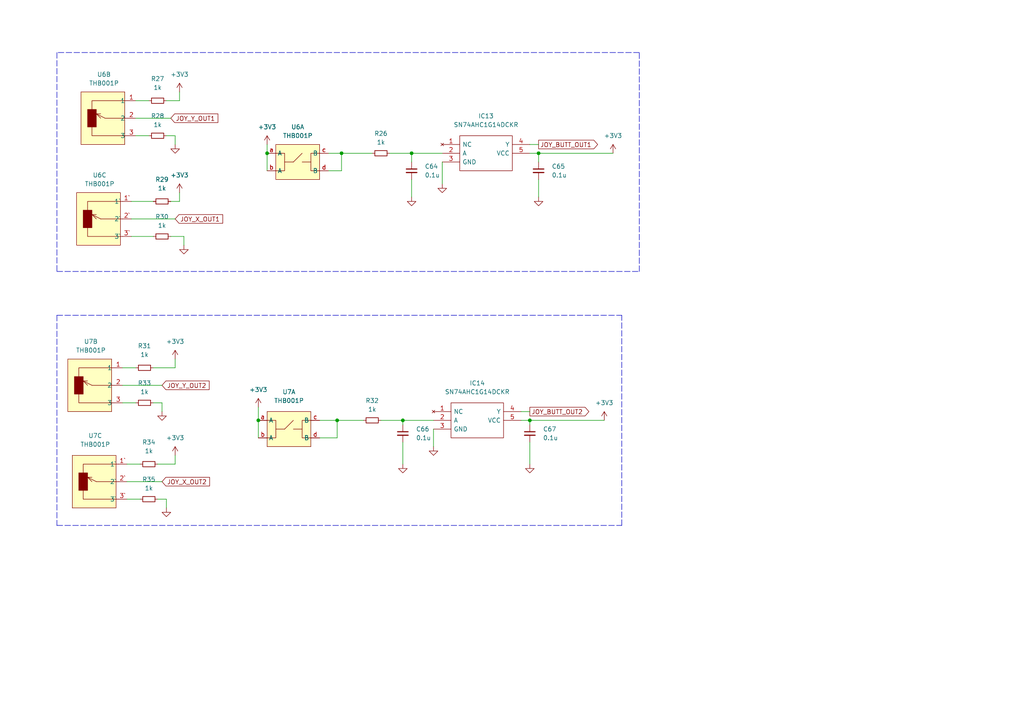
<source format=kicad_sch>
(kicad_sch (version 20211123) (generator eeschema)
  (paper "A4")
  (lib_symbols
    (symbol "Device:C_Small" (pin_numbers hide) (pin_names (offset 0.254) hide)
      (property "Reference" "C" (at 0.254 1.778 0))
      (property "Value" "C_Small" (at 0.254 -2.032 0))
      (symbol "C_Small_0_1"
        (polyline (pts (xy -1.524 -0.508) (xy 1.524 -0.508)) (stroke (width 0.3302)))
        (polyline (pts (xy -1.524 0.508) (xy 1.524 0.508)) (stroke (width 0.3048)))
      )
      (symbol "C_Small_1_1"
        (pin passive line (at 0 2.54 270) (length 2.032) (name "~") (number "1"))
        (pin passive line (at 0 -2.54 90) (length 2.032) (name "~") (number "2"))
      )
    )
    (symbol "Device:R_Small" (pin_numbers hide) (pin_names (offset 0.254) hide)
      (property "Reference" "R" (at 0.762 0.508 0))
      (property "Value" "R_Small" (at 0.762 -1.016 0))
      (symbol "R_Small_0_1"
        (rectangle (start -0.762 1.778) (end 0.762 -1.778) (stroke (width 0.2032)))
      )
      (symbol "R_Small_1_1"
        (pin passive line (at 0 2.54 270) (length 0.762) (name "~") (number "1"))
        (pin passive line (at 0 -2.54 90) (length 0.762) (name "~") (number "2"))
      )
    )
    (symbol "My_custom_lib:THB001P"
      (property "Reference" "U" (at 8.89 10.16 0))
      (property "Value" "THB001P" (at 1.27 10.16 0))
      (symbol "THB001P_1_1"
        (polyline (pts (xy -2.54 0) (xy 0 0)))
        (polyline (pts (xy 0 0) (xy 2.54 2.54)))
        (polyline (pts (xy 5.08 0) (xy 2.54 0)))
        (polyline (pts (xy 7.62 -2.54) (xy 5.08 -2.54) (xy 5.08 2.54) (xy 7.62 2.54)))
        (polyline (pts (xy -5.08 2.54) (xy -2.54 2.54) (xy -2.54 -2.54) (xy -5.08 -2.54) (xy -2.54 -2.54)))
        (rectangle (start 7.62 5.08) (end -5.08 -5.08) (fill (type background)))
        (pin input line (at -7.62 2.54 0) (length 2.54) (name "A") (number "a"))
        (pin input line (at -7.62 -2.54 0) (length 2.54) (name "A") (number "b"))
        (pin input line (at 10.16 2.54 180) (length 2.54) (name "B") (number "c"))
        (pin input line (at 10.16 -2.54 180) (length 2.54) (name "B") (number "d"))
      )
      (symbol "THB001P_2_1"
        (rectangle (start -5.08 2.54) (end -2.54 -2.54) (fill (type outline)))
        (polyline (pts (xy -2.54 1.27) (xy -1.27 0)))
        (polyline (pts (xy -2.54 1.27) (xy -1.27 1.27)))
        (polyline (pts (xy 0 0) (xy -2.54 1.27)))
        (polyline (pts (xy 6.35 0) (xy 0 0)))
        (polyline (pts (xy -3.81 -2.54) (xy -3.81 -5.08) (xy 6.35 -5.08)))
        (polyline (pts (xy -3.81 2.54) (xy -3.81 5.08) (xy 6.35 5.08)))
        (rectangle (start 5.715 7.62) (end -6.985 -7.62) (fill (type background)))
        (pin input line (at 8.89 5.08 180) (length 2.54) (name "1") (number "1"))
        (pin input line (at 8.89 0 180) (length 2.54) (name "2") (number "2"))
        (pin input line (at 8.89 -5.08 180) (length 2.54) (name "3") (number "3"))
      )
      (symbol "THB001P_3_1"
        (rectangle (start -4.445 2.54) (end -1.905 -2.54) (fill (type outline)))
        (polyline (pts (xy -1.905 1.27) (xy -0.635 0)))
        (polyline (pts (xy -1.905 1.27) (xy -0.635 1.27)))
        (polyline (pts (xy 0.635 0) (xy -1.905 1.27)))
        (polyline (pts (xy 6.985 0) (xy 0.635 0)))
        (polyline (pts (xy -3.175 -2.54) (xy -3.175 -5.08) (xy 6.985 -5.08)))
        (polyline (pts (xy -3.175 2.54) (xy -3.175 5.08) (xy 6.985 5.08)))
        (rectangle (start 6.35 7.62) (end -6.35 -7.62) (fill (type background)))
        (pin input line (at 9.525 5.08 180) (length 2.54) (name "1`") (number "1`"))
        (pin input line (at 9.525 0 180) (length 2.54) (name "2`") (number "2`"))
        (pin input line (at 9.525 -5.08 180) (length 2.54) (name "3`") (number "3`"))
      )
    )
    (symbol "SamacSys_Parts:SN74AHC1G14DCKR" (pin_names (offset 0.762))
      (property "Reference" "IC" (at 21.59 7.62 0))
      (property "Value" "SN74AHC1G14DCKR" (at 21.59 5.08 0))
      (symbol "SN74AHC1G14DCKR_0_0"
        (pin no_connect line (at 0 0 0) (length 5.08) (name "NC") (number "1"))
        (pin passive line (at 0 -2.54 0) (length 5.08) (name "A") (number "2"))
        (pin passive line (at 0 -5.08 0) (length 5.08) (name "GND") (number "3"))
        (pin passive line (at 25.4 0 180) (length 5.08) (name "Y") (number "4"))
        (pin passive line (at 25.4 -2.54 180) (length 5.08) (name "VCC") (number "5"))
      )
      (symbol "SN74AHC1G14DCKR_0_1"
        (polyline (pts (xy 5.08 2.54) (xy 20.32 2.54) (xy 20.32 -7.62) (xy 5.08 -7.62) (xy 5.08 2.54)) (stroke (width 0.1524)))
      )
    )
    (symbol "THB001P_1"
      (property "Reference" "U" (at 8.89 10.16 0))
      (property "Value" "THB001P_1" (at 1.27 10.16 0))
      (symbol "THB001P_1_1_1"
        (polyline (pts (xy -2.54 0) (xy 0 0)))
        (polyline (pts (xy 0 0) (xy 2.54 2.54)))
        (polyline (pts (xy 5.08 0) (xy 2.54 0)))
        (polyline (pts (xy 7.62 -2.54) (xy 5.08 -2.54) (xy 5.08 2.54) (xy 7.62 2.54)))
        (polyline (pts (xy -5.08 2.54) (xy -2.54 2.54) (xy -2.54 -2.54) (xy -5.08 -2.54) (xy -2.54 -2.54)))
        (rectangle (start 7.62 5.08) (end -5.08 -5.08) (fill (type background)))
        (pin input line (at -7.62 2.54 0) (length 2.54) (name "A") (number "a"))
        (pin input line (at -7.62 -2.54 0) (length 2.54) (name "A") (number "b"))
        (pin input line (at 10.16 2.54 180) (length 2.54) (name "B") (number "c"))
        (pin input line (at 10.16 -2.54 180) (length 2.54) (name "B") (number "d"))
      )
      (symbol "THB001P_1_2_1"
        (rectangle (start -5.08 2.54) (end -2.54 -2.54) (fill (type outline)))
        (polyline (pts (xy -2.54 1.27) (xy -1.27 0)))
        (polyline (pts (xy -2.54 1.27) (xy -1.27 1.27)))
        (polyline (pts (xy 0 0) (xy -2.54 1.27)))
        (polyline (pts (xy 6.35 0) (xy 0 0)))
        (polyline (pts (xy -3.81 -2.54) (xy -3.81 -5.08) (xy 6.35 -5.08)))
        (polyline (pts (xy -3.81 2.54) (xy -3.81 5.08) (xy 6.35 5.08)))
        (rectangle (start 5.715 7.62) (end -6.985 -7.62) (fill (type background)))
        (pin input line (at 8.89 5.08 180) (length 2.54) (name "1") (number "1"))
        (pin input line (at 8.89 0 180) (length 2.54) (name "2") (number "2"))
        (pin input line (at 8.89 -5.08 180) (length 2.54) (name "3") (number "3"))
      )
      (symbol "THB001P_1_3_1"
        (rectangle (start -4.445 2.54) (end -1.905 -2.54) (fill (type outline)))
        (polyline (pts (xy -1.905 1.27) (xy -0.635 0)))
        (polyline (pts (xy -1.905 1.27) (xy -0.635 1.27)))
        (polyline (pts (xy 0.635 0) (xy -1.905 1.27)))
        (polyline (pts (xy 6.985 0) (xy 0.635 0)))
        (polyline (pts (xy -3.175 -2.54) (xy -3.175 -5.08) (xy 6.985 -5.08)))
        (polyline (pts (xy -3.175 2.54) (xy -3.175 5.08) (xy 6.985 5.08)))
        (rectangle (start 6.35 7.62) (end -6.35 -7.62) (fill (type background)))
        (pin input line (at 9.525 5.08 180) (length 2.54) (name "1`") (number "1`"))
        (pin input line (at 9.525 0 180) (length 2.54) (name "2`") (number "2`"))
        (pin input line (at 9.525 -5.08 180) (length 2.54) (name "3`") (number "3`"))
      )
    )
    (symbol "THB001P_2"
      (property "Reference" "U" (at 8.89 10.16 0))
      (property "Value" "THB001P_2" (at 1.27 10.16 0))
      (symbol "THB001P_2_1_1"
        (polyline (pts (xy -2.54 0) (xy 0 0)))
        (polyline (pts (xy 0 0) (xy 2.54 2.54)))
        (polyline (pts (xy 5.08 0) (xy 2.54 0)))
        (polyline (pts (xy 7.62 -2.54) (xy 5.08 -2.54) (xy 5.08 2.54) (xy 7.62 2.54)))
        (polyline (pts (xy -5.08 2.54) (xy -2.54 2.54) (xy -2.54 -2.54) (xy -5.08 -2.54) (xy -2.54 -2.54)))
        (rectangle (start 7.62 5.08) (end -5.08 -5.08) (fill (type background)))
        (pin input line (at -7.62 2.54 0) (length 2.54) (name "A") (number "a"))
        (pin input line (at -7.62 -2.54 0) (length 2.54) (name "A") (number "b"))
        (pin input line (at 10.16 2.54 180) (length 2.54) (name "B") (number "c"))
        (pin input line (at 10.16 -2.54 180) (length 2.54) (name "B") (number "d"))
      )
      (symbol "THB001P_2_2_1"
        (rectangle (start -5.08 2.54) (end -2.54 -2.54) (fill (type outline)))
        (polyline (pts (xy -2.54 1.27) (xy -1.27 0)))
        (polyline (pts (xy -2.54 1.27) (xy -1.27 1.27)))
        (polyline (pts (xy 0 0) (xy -2.54 1.27)))
        (polyline (pts (xy 6.35 0) (xy 0 0)))
        (polyline (pts (xy -3.81 -2.54) (xy -3.81 -5.08) (xy 6.35 -5.08)))
        (polyline (pts (xy -3.81 2.54) (xy -3.81 5.08) (xy 6.35 5.08)))
        (rectangle (start 5.715 7.62) (end -6.985 -7.62) (fill (type background)))
        (pin input line (at 8.89 5.08 180) (length 2.54) (name "1") (number "1"))
        (pin input line (at 8.89 0 180) (length 2.54) (name "2") (number "2"))
        (pin input line (at 8.89 -5.08 180) (length 2.54) (name "3") (number "3"))
      )
      (symbol "THB001P_2_3_1"
        (rectangle (start -4.445 2.54) (end -1.905 -2.54) (fill (type outline)))
        (polyline (pts (xy -1.905 1.27) (xy -0.635 0)))
        (polyline (pts (xy -1.905 1.27) (xy -0.635 1.27)))
        (polyline (pts (xy 0.635 0) (xy -1.905 1.27)))
        (polyline (pts (xy 6.985 0) (xy 0.635 0)))
        (polyline (pts (xy -3.175 -2.54) (xy -3.175 -5.08) (xy 6.985 -5.08)))
        (polyline (pts (xy -3.175 2.54) (xy -3.175 5.08) (xy 6.985 5.08)))
        (rectangle (start 6.35 7.62) (end -6.35 -7.62) (fill (type background)))
        (pin input line (at 9.525 5.08 180) (length 2.54) (name "1`") (number "1`"))
        (pin input line (at 9.525 0 180) (length 2.54) (name "2`") (number "2`"))
        (pin input line (at 9.525 -5.08 180) (length 2.54) (name "3`") (number "3`"))
      )
    )
    (symbol "THB001P_3"
      (property "Reference" "U" (at 8.89 10.16 0))
      (property "Value" "THB001P_3" (at 1.27 10.16 0))
      (symbol "THB001P_3_1_1"
        (polyline (pts (xy -2.54 0) (xy 0 0)))
        (polyline (pts (xy 0 0) (xy 2.54 2.54)))
        (polyline (pts (xy 5.08 0) (xy 2.54 0)))
        (polyline (pts (xy 7.62 -2.54) (xy 5.08 -2.54) (xy 5.08 2.54) (xy 7.62 2.54)))
        (polyline (pts (xy -5.08 2.54) (xy -2.54 2.54) (xy -2.54 -2.54) (xy -5.08 -2.54) (xy -2.54 -2.54)))
        (rectangle (start 7.62 5.08) (end -5.08 -5.08) (fill (type background)))
        (pin input line (at -7.62 2.54 0) (length 2.54) (name "A") (number "a"))
        (pin input line (at -7.62 -2.54 0) (length 2.54) (name "A") (number "b"))
        (pin input line (at 10.16 2.54 180) (length 2.54) (name "B") (number "c"))
        (pin input line (at 10.16 -2.54 180) (length 2.54) (name "B") (number "d"))
      )
      (symbol "THB001P_3_2_1"
        (rectangle (start -5.08 2.54) (end -2.54 -2.54) (fill (type outline)))
        (polyline (pts (xy -2.54 1.27) (xy -1.27 0)))
        (polyline (pts (xy -2.54 1.27) (xy -1.27 1.27)))
        (polyline (pts (xy 0 0) (xy -2.54 1.27)))
        (polyline (pts (xy 6.35 0) (xy 0 0)))
        (polyline (pts (xy -3.81 -2.54) (xy -3.81 -5.08) (xy 6.35 -5.08)))
        (polyline (pts (xy -3.81 2.54) (xy -3.81 5.08) (xy 6.35 5.08)))
        (rectangle (start 5.715 7.62) (end -6.985 -7.62) (fill (type background)))
        (pin input line (at 8.89 5.08 180) (length 2.54) (name "1") (number "1"))
        (pin input line (at 8.89 0 180) (length 2.54) (name "2") (number "2"))
        (pin input line (at 8.89 -5.08 180) (length 2.54) (name "3") (number "3"))
      )
      (symbol "THB001P_3_3_1"
        (rectangle (start -4.445 2.54) (end -1.905 -2.54) (fill (type outline)))
        (polyline (pts (xy -1.905 1.27) (xy -0.635 0)))
        (polyline (pts (xy -1.905 1.27) (xy -0.635 1.27)))
        (polyline (pts (xy 0.635 0) (xy -1.905 1.27)))
        (polyline (pts (xy 6.985 0) (xy 0.635 0)))
        (polyline (pts (xy -3.175 -2.54) (xy -3.175 -5.08) (xy 6.985 -5.08)))
        (polyline (pts (xy -3.175 2.54) (xy -3.175 5.08) (xy 6.985 5.08)))
        (rectangle (start 6.35 7.62) (end -6.35 -7.62) (fill (type background)))
        (pin input line (at 9.525 5.08 180) (length 2.54) (name "1`") (number "1`"))
        (pin input line (at 9.525 0 180) (length 2.54) (name "2`") (number "2`"))
        (pin input line (at 9.525 -5.08 180) (length 2.54) (name "3`") (number "3`"))
      )
    )
    (symbol "THB001P_4"
      (property "Reference" "U" (at 8.89 10.16 0))
      (property "Value" "THB001P_4" (at 1.27 10.16 0))
      (symbol "THB001P_4_1_1"
        (polyline (pts (xy -2.54 0) (xy 0 0)))
        (polyline (pts (xy 0 0) (xy 2.54 2.54)))
        (polyline (pts (xy 5.08 0) (xy 2.54 0)))
        (polyline (pts (xy 7.62 -2.54) (xy 5.08 -2.54) (xy 5.08 2.54) (xy 7.62 2.54)))
        (polyline (pts (xy -5.08 2.54) (xy -2.54 2.54) (xy -2.54 -2.54) (xy -5.08 -2.54) (xy -2.54 -2.54)))
        (rectangle (start 7.62 5.08) (end -5.08 -5.08) (fill (type background)))
        (pin input line (at -7.62 2.54 0) (length 2.54) (name "A") (number "a"))
        (pin input line (at -7.62 -2.54 0) (length 2.54) (name "A") (number "b"))
        (pin input line (at 10.16 2.54 180) (length 2.54) (name "B") (number "c"))
        (pin input line (at 10.16 -2.54 180) (length 2.54) (name "B") (number "d"))
      )
      (symbol "THB001P_4_2_1"
        (rectangle (start -5.08 2.54) (end -2.54 -2.54) (fill (type outline)))
        (polyline (pts (xy -2.54 1.27) (xy -1.27 0)))
        (polyline (pts (xy -2.54 1.27) (xy -1.27 1.27)))
        (polyline (pts (xy 0 0) (xy -2.54 1.27)))
        (polyline (pts (xy 6.35 0) (xy 0 0)))
        (polyline (pts (xy -3.81 -2.54) (xy -3.81 -5.08) (xy 6.35 -5.08)))
        (polyline (pts (xy -3.81 2.54) (xy -3.81 5.08) (xy 6.35 5.08)))
        (rectangle (start 5.715 7.62) (end -6.985 -7.62) (fill (type background)))
        (pin input line (at 8.89 5.08 180) (length 2.54) (name "1") (number "1"))
        (pin input line (at 8.89 0 180) (length 2.54) (name "2") (number "2"))
        (pin input line (at 8.89 -5.08 180) (length 2.54) (name "3") (number "3"))
      )
      (symbol "THB001P_4_3_1"
        (rectangle (start -4.445 2.54) (end -1.905 -2.54) (fill (type outline)))
        (polyline (pts (xy -1.905 1.27) (xy -0.635 0)))
        (polyline (pts (xy -1.905 1.27) (xy -0.635 1.27)))
        (polyline (pts (xy 0.635 0) (xy -1.905 1.27)))
        (polyline (pts (xy 6.985 0) (xy 0.635 0)))
        (polyline (pts (xy -3.175 -2.54) (xy -3.175 -5.08) (xy 6.985 -5.08)))
        (polyline (pts (xy -3.175 2.54) (xy -3.175 5.08) (xy 6.985 5.08)))
        (rectangle (start 6.35 7.62) (end -6.35 -7.62) (fill (type background)))
        (pin input line (at 9.525 5.08 180) (length 2.54) (name "1`") (number "1`"))
        (pin input line (at 9.525 0 180) (length 2.54) (name "2`") (number "2`"))
        (pin input line (at 9.525 -5.08 180) (length 2.54) (name "3`") (number "3`"))
      )
    )
    (symbol "THB001P_5"
      (property "Reference" "U" (at 8.89 10.16 0))
      (property "Value" "THB001P_5" (at 1.27 10.16 0))
      (symbol "THB001P_5_1_1"
        (polyline (pts (xy -2.54 0) (xy 0 0)))
        (polyline (pts (xy 0 0) (xy 2.54 2.54)))
        (polyline (pts (xy 5.08 0) (xy 2.54 0)))
        (polyline (pts (xy 7.62 -2.54) (xy 5.08 -2.54) (xy 5.08 2.54) (xy 7.62 2.54)))
        (polyline (pts (xy -5.08 2.54) (xy -2.54 2.54) (xy -2.54 -2.54) (xy -5.08 -2.54) (xy -2.54 -2.54)))
        (rectangle (start 7.62 5.08) (end -5.08 -5.08) (fill (type background)))
        (pin input line (at -7.62 2.54 0) (length 2.54) (name "A") (number "a"))
        (pin input line (at -7.62 -2.54 0) (length 2.54) (name "A") (number "b"))
        (pin input line (at 10.16 2.54 180) (length 2.54) (name "B") (number "c"))
        (pin input line (at 10.16 -2.54 180) (length 2.54) (name "B") (number "d"))
      )
      (symbol "THB001P_5_2_1"
        (rectangle (start -5.08 2.54) (end -2.54 -2.54) (fill (type outline)))
        (polyline (pts (xy -2.54 1.27) (xy -1.27 0)))
        (polyline (pts (xy -2.54 1.27) (xy -1.27 1.27)))
        (polyline (pts (xy 0 0) (xy -2.54 1.27)))
        (polyline (pts (xy 6.35 0) (xy 0 0)))
        (polyline (pts (xy -3.81 -2.54) (xy -3.81 -5.08) (xy 6.35 -5.08)))
        (polyline (pts (xy -3.81 2.54) (xy -3.81 5.08) (xy 6.35 5.08)))
        (rectangle (start 5.715 7.62) (end -6.985 -7.62) (fill (type background)))
        (pin input line (at 8.89 5.08 180) (length 2.54) (name "1") (number "1"))
        (pin input line (at 8.89 0 180) (length 2.54) (name "2") (number "2"))
        (pin input line (at 8.89 -5.08 180) (length 2.54) (name "3") (number "3"))
      )
      (symbol "THB001P_5_3_1"
        (rectangle (start -4.445 2.54) (end -1.905 -2.54) (fill (type outline)))
        (polyline (pts (xy -1.905 1.27) (xy -0.635 0)))
        (polyline (pts (xy -1.905 1.27) (xy -0.635 1.27)))
        (polyline (pts (xy 0.635 0) (xy -1.905 1.27)))
        (polyline (pts (xy 6.985 0) (xy 0.635 0)))
        (polyline (pts (xy -3.175 -2.54) (xy -3.175 -5.08) (xy 6.985 -5.08)))
        (polyline (pts (xy -3.175 2.54) (xy -3.175 5.08) (xy 6.985 5.08)))
        (rectangle (start 6.35 7.62) (end -6.35 -7.62) (fill (type background)))
        (pin input line (at 9.525 5.08 180) (length 2.54) (name "1`") (number "1`"))
        (pin input line (at 9.525 0 180) (length 2.54) (name "2`") (number "2`"))
        (pin input line (at 9.525 -5.08 180) (length 2.54) (name "3`") (number "3`"))
      )
    )
    (symbol "power:+3V3" (power) (pin_names (offset 0))
      (property "Value" "+3V3" (at 0 3.556 0))
      (symbol "+3V3_0_1"
        (polyline (pts (xy -0.762 1.27) (xy 0 2.54)))
        (polyline (pts (xy 0 0) (xy 0 2.54)))
        (polyline (pts (xy 0 2.54) (xy 0.762 1.27)))
      )
      (symbol "+3V3_1_1"
        (pin power_in line (at 0 0 90) (length 0) hide (name "+3V3") (number "1"))
      )
    )
    (symbol "power:GND" (power) (pin_names (offset 0))
      (property "Value" "GND" (at 0 -3.81 0))
      (symbol "GND_0_1"
        (polyline (pts (xy 0 0) (xy 0 -1.27) (xy 1.27 -1.27) (xy 0 -2.54) (xy -1.27 -1.27) (xy 0 -1.27)))
      )
      (symbol "GND_1_1"
        (pin power_in line (at 0 0 270) (length 0) hide (name "GND") (number "1"))
      )
    )
  )
  (junction (at 99.06 44.45))
  (junction (at 97.79 121.92))
  (junction (at 74.93 121.92))
  (junction (at 77.47 44.45))
  (junction (at 116.84 121.92))
  (junction (at 156.21 44.45))
  (junction (at 153.67 121.92))
  (junction (at 119.38 44.45))
  (polyline (pts (xy 180.34 152.4) (xy 180.34 91.44)))
  (polyline (pts (xy 16.51 78.74) (xy 185.42 78.74)))
  (wire (pts (xy 46.99 116.84) (xy 44.45 116.84)))
  (wire (pts (xy 52.07 26.67) (xy 52.07 29.21)))
  (wire (pts (xy 50.8 134.62) (xy 45.72 134.62)))
  (wire (pts (xy 52.07 58.42) (xy 49.53 58.42)))
  (wire (pts (xy 50.8 106.68) (xy 44.45 106.68)))
  (wire (pts (xy 46.99 119.38) (xy 46.99 116.84)))
  (wire (pts (xy 128.27 53.34) (xy 128.27 46.99)))
  (wire (pts (xy 105.41 121.92) (xy 97.79 121.92)))
  (wire (pts (xy 74.93 118.11) (xy 74.93 121.92)))
  (wire (pts (xy 99.06 49.53) (xy 99.06 44.45)))
  (wire (pts (xy 153.67 121.92) (xy 153.67 123.19)))
  (polyline (pts (xy 185.42 78.74) (xy 185.42 15.24)))
  (wire (pts (xy 36.83 144.78) (xy 40.64 144.78)))
  (wire (pts (xy 153.67 134.62) (xy 153.67 128.27)))
  (wire (pts (xy 50.8 39.37) (xy 48.26 39.37)))
  (wire (pts (xy 116.84 121.92) (xy 116.84 123.19)))
  (wire (pts (xy 153.67 44.45) (xy 156.21 44.45)))
  (wire (pts (xy 77.47 41.91) (xy 77.47 44.45)))
  (wire (pts (xy 74.93 121.92) (xy 74.93 127)))
  (polyline (pts (xy 16.51 152.4) (xy 180.34 152.4)))
  (wire (pts (xy 35.56 106.68) (xy 39.37 106.68)))
  (wire (pts (xy 38.1 68.58) (xy 44.45 68.58)))
  (wire (pts (xy 48.26 147.32) (xy 48.26 144.78)))
  (wire (pts (xy 36.83 134.62) (xy 40.64 134.62)))
  (wire (pts (xy 99.06 44.45) (xy 95.25 44.45)))
  (wire (pts (xy 116.84 134.62) (xy 116.84 128.27)))
  (wire (pts (xy 52.07 29.21) (xy 48.26 29.21)))
  (polyline (pts (xy 16.51 15.24) (xy 16.51 78.74)))
  (wire (pts (xy 156.21 44.45) (xy 177.8 44.45)))
  (wire (pts (xy 52.07 55.88) (xy 52.07 58.42)))
  (wire (pts (xy 48.26 144.78) (xy 45.72 144.78)))
  (wire (pts (xy 119.38 44.45) (xy 128.27 44.45)))
  (wire (pts (xy 35.56 111.76) (xy 46.99 111.76)))
  (wire (pts (xy 151.13 119.38) (xy 153.67 119.38)))
  (wire (pts (xy 36.83 139.7) (xy 46.99 139.7)))
  (wire (pts (xy 153.67 121.92) (xy 175.26 121.92)))
  (wire (pts (xy 113.03 44.45) (xy 119.38 44.45)))
  (wire (pts (xy 119.38 57.15) (xy 119.38 52.07)))
  (wire (pts (xy 39.37 34.29) (xy 49.53 34.29)))
  (wire (pts (xy 39.37 39.37) (xy 43.18 39.37)))
  (wire (pts (xy 35.56 116.84) (xy 39.37 116.84)))
  (wire (pts (xy 53.34 71.12) (xy 53.34 68.58)))
  (wire (pts (xy 38.1 63.5) (xy 50.8 63.5)))
  (wire (pts (xy 97.79 121.92) (xy 92.71 121.92)))
  (wire (pts (xy 119.38 44.45) (xy 119.38 46.99)))
  (wire (pts (xy 151.13 121.92) (xy 153.67 121.92)))
  (wire (pts (xy 39.37 29.21) (xy 43.18 29.21)))
  (wire (pts (xy 50.8 104.14) (xy 50.8 106.68)))
  (wire (pts (xy 95.25 49.53) (xy 99.06 49.53)))
  (wire (pts (xy 38.1 58.42) (xy 44.45 58.42)))
  (wire (pts (xy 97.79 127) (xy 97.79 121.92)))
  (polyline (pts (xy 16.51 91.44) (xy 180.34 91.44)))
  (wire (pts (xy 156.21 44.45) (xy 156.21 46.99)))
  (wire (pts (xy 153.67 41.91) (xy 156.21 41.91)))
  (wire (pts (xy 50.8 132.08) (xy 50.8 134.62)))
  (wire (pts (xy 92.71 127) (xy 97.79 127)))
  (wire (pts (xy 116.84 121.92) (xy 125.73 121.92)))
  (wire (pts (xy 125.73 129.54) (xy 125.73 124.46)))
  (wire (pts (xy 53.34 68.58) (xy 49.53 68.58)))
  (wire (pts (xy 77.47 44.45) (xy 77.47 49.53)))
  (polyline (pts (xy 16.51 91.44) (xy 16.51 152.4)))
  (polyline (pts (xy 185.42 15.24) (xy 16.51 15.24)))
  (wire (pts (xy 110.49 121.92) (xy 116.84 121.92)))
  (wire (pts (xy 156.21 57.15) (xy 156.21 52.07)))
  (wire (pts (xy 107.95 44.45) (xy 99.06 44.45)))
  (wire (pts (xy 50.8 41.91) (xy 50.8 39.37)))
  (global_label "JOY_Y_OUT2" (shape input) (at 46.99 111.76 0) (property "Intersheet References" "${INTERSHEET_REFS}" (effects hide)))
  (global_label "JOY_BUTT_OUT2" (shape output) (at 153.67 119.38 0) (property "Intersheet References" "${INTERSHEET_REFS}" (effects hide)))
  (global_label "JOY_BUTT_OUT1" (shape output) (at 156.21 41.91 0) (property "Intersheet References" "${INTERSHEET_REFS}" (effects hide)))
  (global_label "JOY_X_OUT1" (shape input) (at 50.8 63.5 0) (property "Intersheet References" "${INTERSHEET_REFS}" (effects hide)))
  (global_label "JOY_X_OUT2" (shape input) (at 46.99 139.7 0) (property "Intersheet References" "${INTERSHEET_REFS}" (effects hide)))
  (global_label "JOY_Y_OUT1" (shape input) (at 49.53 34.29 0) (property "Intersheet References" "${INTERSHEET_REFS}" (effects hide)))
  (symbol (lib_id "power:GND") (at 119.38 57.15 0) (unit 1) (in_bom no)
    (property "Reference" "#PWR0130" (effects hide))
    (property "Value" "GND" (effects hide))
  )
  (symbol (lib_id "Device:R_Small") (at 107.95 121.92 90) (unit 1)
    (property "Reference" "R32" (at 107.95 116.205 90))
    (property "Value" "1k" (at 107.95 118.745 90))
    (property "Footprint" "Resistor_SMD:R_0805_2012Metric" (effects hide))
    (property "Mouser" "https://eu.mouser.com/ProductDetail/Vishay-Dale/CRCW08051K00FKEAC?qs=CZ6xfwOSLTXmQIgaYvN%2FBA%3D%3D" (effects hide))
  )
  (symbol (lib_id "power:GND") (at 125.73 129.54 0) (unit 1) (in_bom no)
    (property "Reference" "#PWR0138" (effects hide))
    (property "Value" "GND" (effects hide))
  )
  (symbol (lib_id "Device:C_Small") (at 116.84 125.73 0) (unit 1)
    (property "Reference" "C66" (at 120.65 124.4662 0) (effects (justify left)))
    (property "Value" "0.1u" (at 120.65 127.0062 0) (effects (justify left)))
    (property "Footprint" "Capacitor_SMD:C_0805_2012Metric" (effects hide))
    (property "Mouser" "https://eu.mouser.com/ProductDetail/KEMET/C0805C104K5RACTU?qs=Pc30aiB8zWUISNb2Qeyxfw%3D%3D" (effects hide))
  )
  (symbol (lib_id "power:+3V3") (at 52.07 55.88 0) (unit 1)
    (property "Reference" "#PWR0133" (effects hide))
    (property "Value" "+3V3" (at 52.07 50.8 0))
  )
  (symbol (lib_id "power:GND") (at 50.8 41.91 0) (unit 1) (in_bom no)
    (property "Reference" "#PWR0132" (effects hide))
    (property "Value" "GND" (effects hide))
  )
  (symbol (lib_id "Device:R_Small") (at 43.18 134.62 90) (unit 1)
    (property "Reference" "R34" (at 43.18 128.27 90))
    (property "Value" "1k" (at 43.18 130.81 90))
    (property "Footprint" "Resistor_SMD:R_0805_2012Metric" (effects hide))
    (property "Mouser" "https://eu.mouser.com/ProductDetail/Vishay-Dale/CRCW08051K00FKEAC?qs=CZ6xfwOSLTXmQIgaYvN%2FBA%3D%3D" (effects hide))
  )
  (symbol (lib_id "power:GND") (at 53.34 71.12 0) (unit 1) (in_bom no)
    (property "Reference" "#PWR0134" (effects hide))
    (property "Value" "GND" (effects hide))
  )
  (symbol (lib_id "Device:C_Small") (at 156.21 49.53 0) (unit 1)
    (property "Reference" "C65" (at 160.02 48.2662 0) (effects (justify left)))
    (property "Value" "0.1u" (at 160.02 50.8062 0) (effects (justify left)))
    (property "Footprint" "Capacitor_SMD:C_0805_2012Metric" (effects hide))
    (property "Mouser" "https://eu.mouser.com/ProductDetail/KEMET/C0805C104K5RACTU?qs=Pc30aiB8zWUISNb2Qeyxfw%3D%3D" (effects hide))
  )
  (symbol (lib_name "THB001P_4") (lib_id "My_custom_lib:THB001P") (at 27.305 139.7 0) (unit 3)
    (property "Reference" "U7" (at 27.6225 126.365 0))
    (property "Value" "THB001P" (at 27.6225 128.905 0))
    (property "Footprint" "Z_mycustom_footprint_lib:THB001P" (effects hide))
  )
  (symbol (lib_id "power:+3V3") (at 50.8 132.08 0) (unit 1)
    (property "Reference" "#PWR0142" (effects hide))
    (property "Value" "+3V3" (at 50.8 127 0))
  )
  (symbol (lib_id "Device:C_Small") (at 153.67 125.73 0) (unit 1)
    (property "Reference" "C67" (at 157.48 124.4662 0) (effects (justify left)))
    (property "Value" "0.1u" (at 157.48 127.0062 0) (effects (justify left)))
    (property "Footprint" "Capacitor_SMD:C_0805_2012Metric" (effects hide))
    (property "Mouser" "https://eu.mouser.com/ProductDetail/KEMET/C0805C104K5RACTU?qs=Pc30aiB8zWUISNb2Qeyxfw%3D%3D" (effects hide))
  )
  (symbol (lib_id "Device:R_Small") (at 41.91 106.68 90) (unit 1)
    (property "Reference" "R31" (at 41.91 100.33 90))
    (property "Value" "1k" (at 41.91 102.87 90))
    (property "Footprint" "Resistor_SMD:R_0805_2012Metric" (effects hide))
    (property "Mouser" "https://eu.mouser.com/ProductDetail/Vishay-Dale/CRCW08051K00FKEAC?qs=CZ6xfwOSLTXmQIgaYvN%2FBA%3D%3D" (effects hide))
  )
  (symbol (lib_name "THB001P_3") (lib_id "My_custom_lib:THB001P") (at 26.67 111.76 0) (unit 2)
    (property "Reference" "U7" (at 26.3525 99.06 0))
    (property "Value" "THB001P" (at 26.3525 101.6 0))
    (property "Footprint" "Z_mycustom_footprint_lib:THB001P" (effects hide))
  )
  (symbol (lib_id "SamacSys_Parts:SN74AHC1G14DCKR") (at 128.27 41.91 0) (unit 1)
    (property "Reference" "IC13" (at 140.97 33.655 0))
    (property "Value" "SN74AHC1G14DCKR" (at 140.97 36.195 0))
    (property "Footprint" "SOT65P210X110-5N" (effects hide))
    (property "Datasheet" "http://www.ti.com/lit/ds/symlink/sn74ahc1g14.pdf" (effects hide))
    (property "Description" "SN74AHC1G14DCK hex inverter w/schmitt" (effects hide))
    (property "Height" "1.1" (effects hide))
    (property "Mouser Part Number" "595-SN74AHC1G14DCKR" (effects hide))
    (property "Mouser Price/Stock" "https://www.mouser.co.uk/ProductDetail/Texas-Instruments/SN74AHC1G14DCKR?qs=YhsVCygOPE3cGMcDGKIISg%3D%3D" (effects hide))
    (property "Manufacturer_Name" "Texas Instruments" (effects hide))
    (property "Manufacturer_Part_Number" "SN74AHC1G14DCKR" (effects hide))
  )
  (symbol (lib_id "Device:R_Small") (at 45.72 29.21 90) (unit 1)
    (property "Reference" "R27" (at 45.72 22.86 90))
    (property "Value" "1k" (at 45.72 25.4 90))
    (property "Footprint" "Resistor_SMD:R_0805_2012Metric" (effects hide))
    (property "Mouser" "https://eu.mouser.com/ProductDetail/Vishay-Dale/CRCW08051K00FKEAC?qs=CZ6xfwOSLTXmQIgaYvN%2FBA%3D%3D" (effects hide))
  )
  (symbol (lib_id "power:GND") (at 46.99 119.38 0) (unit 1) (in_bom no)
    (property "Reference" "#PWR0139" (effects hide))
    (property "Value" "GND" (effects hide))
  )
  (symbol (lib_id "power:+3V3") (at 177.8 44.45 0) (unit 1)
    (property "Reference" "#PWR0127" (effects hide))
    (property "Value" "+3V3" (at 177.8 39.37 0))
  )
  (symbol (lib_id "Device:R_Small") (at 45.72 39.37 90) (unit 1)
    (property "Reference" "R28" (at 45.72 33.655 90))
    (property "Value" "1k" (at 45.72 36.195 90))
    (property "Footprint" "Resistor_SMD:R_0805_2012Metric" (effects hide))
    (property "Mouser" "https://eu.mouser.com/ProductDetail/Vishay-Dale/CRCW08051K00FKEAC?qs=CZ6xfwOSLTXmQIgaYvN%2FBA%3D%3D" (effects hide))
  )
  (symbol (lib_id "Device:C_Small") (at 119.38 49.53 0) (unit 1)
    (property "Reference" "C64" (at 123.19 48.2662 0) (effects (justify left)))
    (property "Value" "0.1u" (at 123.19 50.8062 0) (effects (justify left)))
    (property "Footprint" "Capacitor_SMD:C_0805_2012Metric" (effects hide))
    (property "Mouser" "https://eu.mouser.com/ProductDetail/KEMET/C0805C104K5RACTU?qs=Pc30aiB8zWUISNb2Qeyxfw%3D%3D" (effects hide))
  )
  (symbol (lib_id "Device:R_Small") (at 110.49 44.45 90) (unit 1)
    (property "Reference" "R26" (at 110.49 38.735 90))
    (property "Value" "1k" (at 110.49 41.275 90))
    (property "Footprint" "Resistor_SMD:R_0805_2012Metric" (effects hide))
    (property "Mouser" "https://eu.mouser.com/ProductDetail/Vishay-Dale/CRCW08051K00FKEAC?qs=CZ6xfwOSLTXmQIgaYvN%2FBA%3D%3D" (effects hide))
  )
  (symbol (lib_id "power:GND") (at 156.21 57.15 0) (unit 1) (in_bom no)
    (property "Reference" "#PWR0131" (effects hide))
    (property "Value" "GND" (effects hide))
  )
  (symbol (lib_id "My_custom_lib:THB001P") (at 85.09 46.99 0) (unit 1)
    (property "Reference" "U6" (at 86.36 36.83 0))
    (property "Value" "THB001P" (at 86.36 39.37 0))
    (property "Footprint" "Z_mycustom_footprint_lib:THB001P" (effects hide))
  )
  (symbol (lib_id "power:GND") (at 116.84 134.62 0) (unit 1) (in_bom no)
    (property "Reference" "#PWR0140" (effects hide))
    (property "Value" "GND" (effects hide))
  )
  (symbol (lib_id "power:GND") (at 153.67 134.62 0) (unit 1) (in_bom no)
    (property "Reference" "#PWR0141" (effects hide))
    (property "Value" "GND" (effects hide))
  )
  (symbol (lib_id "power:+3V3") (at 52.07 26.67 0) (unit 1)
    (property "Reference" "#PWR0129" (effects hide))
    (property "Value" "+3V3" (at 52.07 21.59 0))
  )
  (symbol (lib_name "THB001P_2") (lib_id "My_custom_lib:THB001P") (at 30.48 34.29 0) (unit 2)
    (property "Reference" "U6" (at 30.1625 21.59 0))
    (property "Value" "THB001P" (at 30.1625 24.13 0))
    (property "Footprint" "Z_mycustom_footprint_lib:THB001P" (effects hide))
  )
  (symbol (lib_id "power:+3V3") (at 77.47 41.91 0) (unit 1)
    (property "Reference" "#PWR0126" (effects hide))
    (property "Value" "+3V3" (at 77.47 36.83 0))
  )
  (symbol (lib_id "Device:R_Small") (at 46.99 68.58 90) (unit 1)
    (property "Reference" "R30" (at 46.99 62.865 90))
    (property "Value" "1k" (at 46.99 65.405 90))
    (property "Footprint" "Resistor_SMD:R_0805_2012Metric" (effects hide))
    (property "Mouser" "https://eu.mouser.com/ProductDetail/Vishay-Dale/CRCW08051K00FKEAC?qs=CZ6xfwOSLTXmQIgaYvN%2FBA%3D%3D" (effects hide))
  )
  (symbol (lib_id "power:GND") (at 48.26 147.32 0) (unit 1) (in_bom no)
    (property "Reference" "#PWR0143" (effects hide))
    (property "Value" "GND" (effects hide))
  )
  (symbol (lib_id "Device:R_Small") (at 41.91 116.84 90) (unit 1)
    (property "Reference" "R33" (at 41.91 111.125 90))
    (property "Value" "1k" (at 41.91 113.665 90))
    (property "Footprint" "Resistor_SMD:R_0805_2012Metric" (effects hide))
    (property "Mouser" "https://eu.mouser.com/ProductDetail/Vishay-Dale/CRCW08051K00FKEAC?qs=CZ6xfwOSLTXmQIgaYvN%2FBA%3D%3D" (effects hide))
  )
  (symbol (lib_id "Device:R_Small") (at 43.18 144.78 90) (unit 1)
    (property "Reference" "R35" (at 43.18 139.065 90))
    (property "Value" "1k" (at 43.18 141.605 90))
    (property "Footprint" "Resistor_SMD:R_0805_2012Metric" (effects hide))
    (property "Mouser" "https://eu.mouser.com/ProductDetail/Vishay-Dale/CRCW08051K00FKEAC?qs=CZ6xfwOSLTXmQIgaYvN%2FBA%3D%3D" (effects hide))
  )
  (symbol (lib_id "power:GND") (at 128.27 53.34 0) (unit 1) (in_bom no)
    (property "Reference" "#PWR0128" (effects hide))
    (property "Value" "GND" (effects hide))
  )
  (symbol (lib_id "power:+3V3") (at 175.26 121.92 0) (unit 1)
    (property "Reference" "#PWR0137" (effects hide))
    (property "Value" "+3V3" (at 175.26 116.84 0))
  )
  (symbol (lib_id "power:+3V3") (at 74.93 118.11 0) (unit 1)
    (property "Reference" "#PWR0136" (effects hide))
    (property "Value" "+3V3" (at 74.93 113.03 0))
  )
  (symbol (lib_id "power:+3V3") (at 50.8 104.14 0) (unit 1)
    (property "Reference" "#PWR0135" (effects hide))
    (property "Value" "+3V3" (at 50.8 99.06 0))
  )
  (symbol (lib_name "THB001P_5") (lib_id "My_custom_lib:THB001P") (at 82.55 124.46 0) (unit 1)
    (property "Reference" "U7" (at 83.82 113.665 0))
    (property "Value" "THB001P" (at 83.82 116.205 0))
    (property "Footprint" "Z_mycustom_footprint_lib:THB001P" (effects hide))
  )
  (symbol (lib_id "Device:R_Small") (at 46.99 58.42 90) (unit 1)
    (property "Reference" "R29" (at 46.99 52.07 90))
    (property "Value" "1k" (at 46.99 54.61 90))
    (property "Footprint" "Resistor_SMD:R_0805_2012Metric" (effects hide))
    (property "Mouser" "https://eu.mouser.com/ProductDetail/Vishay-Dale/CRCW08051K00FKEAC?qs=CZ6xfwOSLTXmQIgaYvN%2FBA%3D%3D" (effects hide))
  )
  (symbol (lib_id "SamacSys_Parts:SN74AHC1G14DCKR") (at 125.73 119.38 0) (unit 1)
    (property "Reference" "IC14" (at 138.43 111.125 0))
    (property "Value" "SN74AHC1G14DCKR" (at 138.43 113.665 0))
    (property "Footprint" "SOT65P210X110-5N" (effects hide))
    (property "Datasheet" "http://www.ti.com/lit/ds/symlink/sn74ahc1g14.pdf" (effects hide))
    (property "Description" "SN74AHC1G14DCK hex inverter w/schmitt" (effects hide))
    (property "Height" "1.1" (effects hide))
    (property "Mouser Part Number" "595-SN74AHC1G14DCKR" (effects hide))
    (property "Mouser Price/Stock" "https://www.mouser.co.uk/ProductDetail/Texas-Instruments/SN74AHC1G14DCKR?qs=YhsVCygOPE3cGMcDGKIISg%3D%3D" (effects hide))
    (property "Manufacturer_Name" "Texas Instruments" (effects hide))
    (property "Manufacturer_Part_Number" "SN74AHC1G14DCKR" (effects hide))
  )
  (symbol (lib_name "THB001P_1") (lib_id "My_custom_lib:THB001P") (at 28.575 63.5 0) (unit 3)
    (property "Reference" "U6" (at 28.8925 50.8 0))
    (property "Value" "THB001P" (at 28.8925 53.34 0))
    (property "Footprint" "Z_mycustom_footprint_lib:THB001P" (effects hide))
  )
)
</source>
